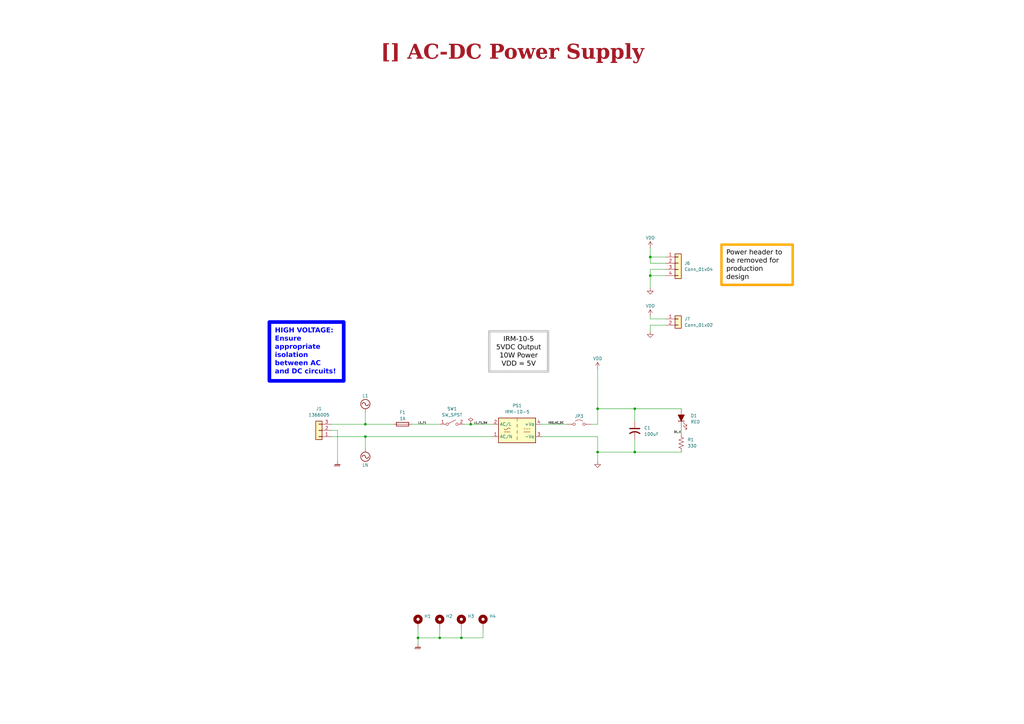
<source format=kicad_sch>
(kicad_sch (version 20250114) (generator "eeschema") (generator_version "9.0")
  (paper "A3")
  (title_block (title "AC-DC Power Supply") (date "2025-09-09") (rev "${REVISION}") (company "${COMPANY}"))
  (lib_symbols
    (symbol "Connector_Generic:Conn_01x02" (pin_names (offset 1.016) (hide yes))
      (property "Reference" "J" (at 0 2.54 0))
      (property "Value" "Conn_01x02" (at 0 -5.08 0))
      (symbol "Conn_01x02_1_1"
        (rectangle (start -1.27 1.27) (end 1.27 -3.81) (stroke (width 0.254)) (fill (type background)))
        (rectangle (start -1.27 0.127) (end 0 -0.127) (stroke (width 0.1524)))
        (rectangle (start -1.27 -2.413) (end 0 -2.667) (stroke (width 0.1524)))
        (pin passive line (at -5.08 0 0) (length 3.81) (name "Pin_1") (number "1"))
        (pin passive line (at -5.08 -2.54 0) (length 3.81) (name "Pin_2") (number "2"))
      )
    )
    (symbol "Connector_Generic:Conn_01x03" (pin_names (offset 1.016) (hide yes))
      (property "Reference" "J" (at 0 5.08 0))
      (property "Value" "Conn_01x03" (at 0 -5.08 0))
      (symbol "Conn_01x03_1_1"
        (rectangle (start -1.27 3.81) (end 1.27 -3.81) (stroke (width 0.254)) (fill (type background)))
        (rectangle (start -1.27 2.667) (end 0 2.413) (stroke (width 0.1524)))
        (rectangle (start -1.27 0.127) (end 0 -0.127) (stroke (width 0.1524)))
        (rectangle (start -1.27 -2.413) (end 0 -2.667) (stroke (width 0.1524)))
        (pin passive line (at -5.08 2.54 0) (length 3.81) (name "Pin_1") (number "1"))
        (pin passive line (at -5.08 0 0) (length 3.81) (name "Pin_2") (number "2"))
        (pin passive line (at -5.08 -2.54 0) (length 3.81) (name "Pin_3") (number "3"))
      )
    )
    (symbol "Connector_Generic:Conn_01x04" (pin_names (offset 1.016) (hide yes))
      (property "Reference" "J" (at 0 5.08 0))
      (property "Value" "Conn_01x04" (at 0 -7.62 0))
      (symbol "Conn_01x04_1_1"
        (rectangle (start -1.27 3.81) (end 1.27 -6.35) (stroke (width 0.254)) (fill (type background)))
        (rectangle (start -1.27 2.667) (end 0 2.413) (stroke (width 0.1524)))
        (rectangle (start -1.27 0.127) (end 0 -0.127) (stroke (width 0.1524)))
        (rectangle (start -1.27 -2.413) (end 0 -2.667) (stroke (width 0.1524)))
        (rectangle (start -1.27 -4.953) (end 0 -5.207) (stroke (width 0.1524)))
        (pin passive line (at -5.08 2.54 0) (length 3.81) (name "Pin_1") (number "1"))
        (pin passive line (at -5.08 0 0) (length 3.81) (name "Pin_2") (number "2"))
        (pin passive line (at -5.08 -2.54 0) (length 3.81) (name "Pin_3") (number "3"))
        (pin passive line (at -5.08 -5.08 0) (length 3.81) (name "Pin_4") (number "4"))
      )
    )
    (symbol "Converter_ACDC:IRM-10-5"
      (property "Reference" "PS" (at 0 6.35 0))
      (property "Value" "IRM-10-5" (at 0 -6.35 0))
      (symbol "IRM-10-5_0_1"
        (rectangle (start -7.62 5.08) (end 7.62 -5.08) (stroke (width 0.254)) (fill (type background)))
        (polyline (pts (xy -5.334 -0.635) (xy -2.794 -0.635)))
        (arc (start -4.064 0.635) (mid -4.699 0.2495) (end -5.334 0.635))
        (arc (start -4.064 0.635) (mid -3.429 1.0072) (end -2.794 0.635))
        (polyline (pts (xy 0 5.08) (xy 0 3.81)))
        (polyline (pts (xy 0 2.54) (xy 0 1.27)))
        (polyline (pts (xy 0 0) (xy 0 -1.27)))
        (polyline (pts (xy 0 -2.54) (xy 0 -3.81)))
        (polyline (pts (xy 2.794 0.635) (xy 3.302 0.635)))
        (polyline (pts (xy 2.794 -0.635) (xy 5.334 -0.635)))
        (polyline (pts (xy 3.81 0.635) (xy 4.318 0.635)))
        (polyline (pts (xy 4.826 0.635) (xy 5.334 0.635)))
      )
      (symbol "IRM-10-5_1_1"
        (pin power_in line (at -10.16 2.54 0) (length 2.54) (name "AC/L") (number "2"))
        (pin power_in line (at -10.16 -2.54 0) (length 2.54) (name "AC/N") (number "1"))
        (pin power_out line (at 10.16 2.54 180) (length 2.54) (name "+Vo") (number "4"))
        (pin power_out line (at 10.16 -2.54 180) (length 2.54) (name "-Vo") (number "3"))
      )
    )
    (symbol "Device:C_US" (pin_numbers (hide yes)) (pin_names (offset 0.254) (hide yes))
      (property "Reference" "C" (at 0.635 2.54 0))
      (property "Value" "C_US" (at 0.635 -2.54 0))
      (symbol "C_US_0_1"
        (polyline (pts (xy -2.032 0.762) (xy 2.032 0.762)) (stroke (width 0.508)))
        (arc (start -2.032 -1.27) (mid 0 -0.5572) (end 2.032 -1.27) (stroke (width 0.508)))
      )
      (symbol "C_US_1_1"
        (pin passive line (at 0 3.81 270) (length 2.794) (name "~") (number "1"))
        (pin passive line (at 0 -3.81 90) (length 3.302) (name "~") (number "2"))
      )
    )
    (symbol "Device:Fuse" (pin_numbers (hide yes)) (pin_names (offset 0))
      (property "Reference" "F" (at 2.032 0 90))
      (property "Value" "Fuse" (at -1.905 0 90))
      (symbol "Fuse_0_1"
        (rectangle (start -0.762 -2.54) (end 0.762 2.54) (stroke (width 0.254)))
        (polyline (pts (xy 0 2.54) (xy 0 -2.54)))
      )
      (symbol "Fuse_1_1"
        (pin passive line (at 0 3.81 270) (length 1.27) (name "~") (number "1"))
        (pin passive line (at 0 -3.81 90) (length 1.27) (name "~") (number "2"))
      )
    )
    (symbol "Device:LED_Filled" (pin_numbers (hide yes)) (pin_names (offset 1.016) (hide yes))
      (property "Reference" "D" (at 0 2.54 0))
      (property "Value" "LED_Filled" (at 0 -2.54 0))
      (property "Sim.Pins" "1=K 2=A" (at 0 0 0))
      (symbol "LED_Filled_0_1"
        (polyline (pts (xy -3.048 -0.762) (xy -4.572 -2.286) (xy -3.81 -2.286) (xy -4.572 -2.286) (xy -4.572 -1.524)))
        (polyline (pts (xy -1.778 -0.762) (xy -3.302 -2.286) (xy -2.54 -2.286) (xy -3.302 -2.286) (xy -3.302 -1.524)))
        (polyline (pts (xy -1.27 0) (xy 1.27 0)))
        (polyline (pts (xy -1.27 -1.27) (xy -1.27 1.27)) (stroke (width 0.254)))
        (polyline (pts (xy 1.27 -1.27) (xy 1.27 1.27) (xy -1.27 0) (xy 1.27 -1.27)) (stroke (width 0.254)) (fill (type outline)))
      )
      (symbol "LED_Filled_1_1"
        (pin passive line (at -3.81 0 0) (length 2.54) (name "K") (number "1"))
        (pin passive line (at 3.81 0 180) (length 2.54) (name "A") (number "2"))
      )
    )
    (symbol "Device:R_US" (pin_numbers (hide yes)) (pin_names (offset 0))
      (property "Reference" "R" (at 2.54 0 90))
      (property "Value" "R_US" (at -2.54 0 90))
      (symbol "R_US_0_1"
        (polyline (pts (xy 0 2.286) (xy 0 2.54)))
        (polyline (pts (xy 0 2.286) (xy 1.016 1.905) (xy 0 1.524) (xy -1.016 1.143) (xy 0 0.762)))
        (polyline (pts (xy 0 0.762) (xy 1.016 0.381) (xy 0 0) (xy -1.016 -0.381) (xy 0 -0.762)))
        (polyline (pts (xy 0 -0.762) (xy 1.016 -1.143) (xy 0 -1.524) (xy -1.016 -1.905) (xy 0 -2.286)))
        (polyline (pts (xy 0 -2.286) (xy 0 -2.54)))
      )
      (symbol "R_US_1_1"
        (pin passive line (at 0 3.81 270) (length 1.27) (name "~") (number "1"))
        (pin passive line (at 0 -3.81 90) (length 1.27) (name "~") (number "2"))
      )
    )
    (symbol "Jumper:Jumper_2_Open" (pin_numbers (hide yes)) (pin_names (offset 0) (hide yes))
      (property "Reference" "JP" (at 0 2.794 0))
      (property "Value" "Jumper_2_Open" (at 0 -2.286 0))
      (symbol "Jumper_2_Open_0_0"
        (circle (center -2.032 0) (radius 0.508))
        (circle (center 2.032 0) (radius 0.508))
      )
      (symbol "Jumper_2_Open_0_1"
        (arc (start -1.524 1.27) (mid 0 1.778) (end 1.524 1.27))
      )
      (symbol "Jumper_2_Open_1_1"
        (pin passive line (at -5.08 0 0) (length 2.54) (name "A") (number "1"))
        (pin passive line (at 5.08 0 180) (length 2.54) (name "B") (number "2"))
      )
    )
    (symbol "Mechanical:MountingHole_Pad" (pin_numbers (hide yes)) (pin_names (offset 1.016) (hide yes)) (in_bom no)
      (property "Reference" "H" (at 0 6.35 0))
      (property "Value" "MountingHole_Pad" (at 0 4.445 0))
      (symbol "MountingHole_Pad_0_1"
        (circle (center 0 1.27) (radius 1.27) (stroke (width 1.27)))
      )
      (symbol "MountingHole_Pad_1_1"
        (pin input line (at 0 -2.54 90) (length 2.54) (name "1") (number "1"))
      )
    )
    (symbol "Switch:SW_SPST" (pin_names (offset 0) (hide yes))
      (property "Reference" "SW" (at 0 3.175 0))
      (property "Value" "SW_SPST" (at 0 -2.54 0))
      (symbol "SW_SPST_0_0"
        (circle (center -2.032 0) (radius 0.508))
        (polyline (pts (xy -1.524 0.254) (xy 1.524 1.778)))
        (circle (center 2.032 0) (radius 0.508))
      )
      (symbol "SW_SPST_1_1"
        (pin passive line (at -5.08 0 0) (length 2.54) (name "A") (number "1"))
        (pin passive line (at 5.08 0 180) (length 2.54) (name "B") (number "2"))
      )
    )
    (symbol "power:AC" (power) (pin_numbers (hide yes)) (pin_names (offset 0) (hide yes))
      (property "Value" "AC" (at 0 6.35 0))
      (symbol "AC_0_1"
        (arc (start -1.27 3.175) (mid -0.635 3.8073) (end 0 3.175) (stroke (width 0.254)))
        (circle (center 0 3.175) (radius 1.905) (stroke (width 0.254)))
        (polyline (pts (xy 0 0) (xy 0 1.27)))
        (arc (start 1.27 3.175) (mid 0.635 2.5427) (end 0 3.175) (stroke (width 0.254)))
      )
      (symbol "AC_1_1"
        (pin power_in line (at 0 0 90) (length 0) (name "~") (number "1"))
      )
    )
    (symbol "power:GND" (power) (pin_numbers (hide yes)) (pin_names (offset 0) (hide yes))
      (property "Value" "GND" (at 0 -3.81 0))
      (symbol "GND_0_1"
        (polyline (pts (xy 0 0) (xy 0 -1.27) (xy 1.27 -1.27) (xy 0 -2.54) (xy -1.27 -1.27) (xy 0 -1.27)))
      )
      (symbol "GND_1_1"
        (pin power_in line (at 0 0 270) (length 0) (name "~") (number "1"))
      )
    )
    (symbol "power:GNDPWR" (power) (pin_numbers (hide yes)) (pin_names (offset 0) (hide yes))
      (property "Value" "GNDPWR" (at 0 -3.302 0))
      (symbol "GNDPWR_0_1"
        (polyline (pts (xy -1.016 -1.27) (xy -1.27 -2.032) (xy -1.27 -2.032)) (stroke (width 0.2032)))
        (polyline (pts (xy -0.508 -1.27) (xy -0.762 -2.032) (xy -0.762 -2.032)) (stroke (width 0.2032)))
        (polyline (pts (xy 0 -1.27) (xy 0 0)))
        (polyline (pts (xy 0 -1.27) (xy -0.254 -2.032) (xy -0.254 -2.032)) (stroke (width 0.2032)))
        (polyline (pts (xy 0.508 -1.27) (xy 0.254 -2.032) (xy 0.254 -2.032)) (stroke (width 0.2032)))
        (polyline (pts (xy 1.016 -1.27) (xy -1.016 -1.27) (xy -1.016 -1.27)) (stroke (width 0.2032)))
        (polyline (pts (xy 1.016 -1.27) (xy 0.762 -2.032) (xy 0.762 -2.032) (xy 0.762 -2.032)) (stroke (width 0.2032)))
      )
      (symbol "GNDPWR_1_1"
        (pin power_in line (at 0 0 270) (length 0) (name "~") (number "1"))
      )
    )
    (symbol "power:PWR_FLAG" (power) (pin_numbers (hide yes)) (pin_names (offset 0) (hide yes))
      (property "Value" "PWR_FLAG" (at 0 3.81 0))
      (symbol "PWR_FLAG_0_0"
        (pin power_out line (at 0 0 90) (length 0) (name "~") (number "1"))
      )
      (symbol "PWR_FLAG_0_1"
        (polyline (pts (xy 0 0) (xy 0 1.27) (xy -1.016 1.905) (xy 0 2.54) (xy 1.016 1.905) (xy 0 1.27)))
      )
    )
    (symbol "power:VDD" (power) (pin_numbers (hide yes)) (pin_names (offset 0) (hide yes))
      (property "Value" "VDD" (at 0 3.556 0))
      (symbol "VDD_0_1"
        (polyline (pts (xy -0.762 1.27) (xy 0 2.54)))
        (polyline (pts (xy 0 2.54) (xy 0.762 1.27)))
        (polyline (pts (xy 0 0) (xy 0 2.54)))
      )
      (symbol "VDD_1_1"
        (pin power_in line (at 0 0 90) (length 0) (name "~") (number "1"))
      )
    )
  )
  (text_box "IRM-10-5\n5VDC Output\n10W Power\nVDD = 5V" (at 200.66 135.89 0) (size 24.13 16.51) (margins 2 2 2 2) (stroke (width 1) (color 200 200 200 1)) (effects (font (size 2 2)) (justify top)))
  (text_box "Power header to be removed for production design" (at 295.91 100.33 0) (size 29.21 16.51) (margins 2 2 2 2) (stroke (width 1) (color 255 165 0 1)) (effects (font (size 2 2)) (justify left top)))
  (text_box "[${#}] ${TITLE}" (at 10.16 15.24 0) (size 400.05 12.7) (margins 4.4999 4.4999 4.4999 4.4999) (stroke (width -0.0001)) (effects (font (size 6 6) (thickness 1.2) (bold yes))))
  (text_box "HIGH VOLTAGE:\nEnsure appropriate isolation between AC and DC circuits!" (at 110.49 132.08 0) (size 30.48 24.13) (margins 2.25 2.25 2.25 2.25) (stroke (width 1.5) (color 0 0 255 1)) (effects (font (size 2 2) (thickness 0.4) (bold yes)) (justify left top)))
  (junction (at 266.7 113.03))
  (junction (at 149.86 179.07))
  (junction (at 189.23 261.62))
  (junction (at 260.35 185.42))
  (junction (at 149.86 173.99))
  (junction (at 245.11 167.64))
  (junction (at 266.7 105.41))
  (junction (at 171.45 261.62))
  (junction (at 180.34 261.62))
  (junction (at 260.35 167.64))
  (junction (at 193.04 173.99))
  (junction (at 245.11 185.42))
  (wire (pts (xy 245.11 185.42) (xy 260.35 185.42)))
  (wire (pts (xy 273.05 107.95) (xy 266.7 107.95)))
  (wire (pts (xy 260.35 185.42) (xy 260.35 180.34)))
  (wire (pts (xy 189.23 257.81) (xy 189.23 261.62)))
  (wire (pts (xy 222.25 179.07) (xy 245.11 179.07)))
  (wire (pts (xy 189.23 261.62) (xy 180.34 261.62)))
  (wire (pts (xy 193.04 173.99) (xy 201.93 173.99)))
  (wire (pts (xy 198.12 257.81) (xy 198.12 261.62)))
  (wire (pts (xy 245.11 151.13) (xy 245.11 167.64)))
  (wire (pts (xy 180.34 257.81) (xy 180.34 261.62)))
  (wire (pts (xy 266.7 130.81) (xy 273.05 130.81)))
  (wire (pts (xy 149.86 179.07) (xy 201.93 179.07)))
  (wire (pts (xy 266.7 133.35) (xy 273.05 133.35)))
  (wire (pts (xy 245.11 185.42) (xy 245.11 189.23)))
  (wire (pts (xy 260.35 167.64) (xy 245.11 167.64)))
  (wire (pts (xy 279.4 175.26) (xy 279.4 177.8)))
  (wire (pts (xy 273.05 110.49) (xy 266.7 110.49)))
  (wire (pts (xy 180.34 261.62) (xy 171.45 261.62)))
  (wire (pts (xy 138.43 189.23) (xy 138.43 176.53)))
  (wire (pts (xy 198.12 261.62) (xy 189.23 261.62)))
  (wire (pts (xy 245.11 167.64) (xy 245.11 173.99)))
  (wire (pts (xy 260.35 167.64) (xy 279.4 167.64)))
  (wire (pts (xy 138.43 176.53) (xy 135.89 176.53)))
  (wire (pts (xy 149.86 168.91) (xy 149.86 173.99)))
  (wire (pts (xy 149.86 179.07) (xy 149.86 184.15)))
  (wire (pts (xy 242.57 173.99) (xy 245.11 173.99)))
  (wire (pts (xy 222.25 173.99) (xy 232.41 173.99)))
  (wire (pts (xy 260.35 172.72) (xy 260.35 167.64)))
  (wire (pts (xy 135.89 173.99) (xy 149.86 173.99)))
  (wire (pts (xy 168.91 173.99) (xy 180.34 173.99)))
  (wire (pts (xy 266.7 135.89) (xy 266.7 133.35)))
  (wire (pts (xy 266.7 105.41) (xy 273.05 105.41)))
  (wire (pts (xy 190.5 173.99) (xy 193.04 173.99)))
  (wire (pts (xy 266.7 107.95) (xy 266.7 105.41)))
  (wire (pts (xy 266.7 110.49) (xy 266.7 113.03)))
  (wire (pts (xy 260.35 185.42) (xy 279.4 185.42)))
  (wire (pts (xy 266.7 129.54) (xy 266.7 130.81)))
  (wire (pts (xy 245.11 179.07) (xy 245.11 185.42)))
  (wire (pts (xy 135.89 179.07) (xy 149.86 179.07)))
  (wire (pts (xy 171.45 261.62) (xy 171.45 264.16)))
  (wire (pts (xy 266.7 113.03) (xy 266.7 118.11)))
  (wire (pts (xy 266.7 105.41) (xy 266.7 101.6)))
  (wire (pts (xy 266.7 113.03) (xy 273.05 113.03)))
  (wire (pts (xy 149.86 173.99) (xy 161.29 173.99)))
  (wire (pts (xy 171.45 257.81) (xy 171.45 261.62)))
  (label "L1_F1" (at 171.45 173.99 0) (effects (font (size 0.762 0.762))))
  (label "D1_K" (at 279.4 177.8 180) (effects (font (size 0.762 0.762))))
  (label "L1_F1_SW" (at 194.31 173.99 0) (effects (font (size 0.762 0.762))))
  (label "VDD_AC_DC" (at 224.79 173.99 0) (effects (font (size 0.762 0.762))))
  (symbol (lib_id "Connector_Generic:Conn_01x02") (at 278.13 130.81 0) (unit 1)
    (property "Reference" "J7" (at 280.67 130.8099 0) (effects (justify left)))
    (property "Value" "Conn_01x02" (at 280.67 133.3499 0) (effects (justify left)))
    (property "Footprint" "TerminalBlock_Phoenix:TerminalBlock_Phoenix_MKDS-1,5-2-5.08_1x02_P5.08mm_Horizontal" (effects (hide yes)))
    (property "Description" "Generic connector, single row, 01x02, script generated (kicad-library-utils/schlib/autogen/connector/)" (effects (hide yes)))
  )
  (symbol (lib_id "Mechanical:MountingHole_Pad") (at 198.12 255.27 0) (unit 1) (in_bom no)
    (property "Reference" "H4" (at 200.66 252.7299 0) (effects (justify left)))
    (property "Value" "MountingHole_Pad" (effects (hide yes)))
    (property "Footprint" "MountingHole:MountingHole_2.7mm_M2.5_Pad_Via" (effects (hide yes)))
    (property "Description" "Mounting Hole with connection" (effects (hide yes)))
  )
  (symbol (lib_id "Device:C_US") (at 260.35 176.53 0) (unit 1)
    (property "Reference" "C1" (at 264.16 175.5139 0) (effects (justify left)))
    (property "Value" "100uF" (at 264.16 178.0539 0) (effects (justify left)))
    (property "Footprint" "Capacitor_THT:C_Radial_D5.0mm_H5.0mm_P2.00mm" (effects (hide yes)))
    (property "Description" "capacitor, US symbol" (effects (hide yes)))
  )
  (symbol (lib_id "Connector_Generic:Conn_01x03") (at 130.81 176.53 180) (unit 1)
    (property "Reference" "J1" (at 130.81 167.64 0))
    (property "Value" "1366005" (at 130.81 170.18 0))
    (property "Footprint" "PhoenixContact_SPTA:SPTA-THR 2.53-5.0 P26" (effects (hide yes)))
    (property "Description" "Generic connector, single row, 01x03, script generated (kicad-library-utils/schlib/autogen/connector/)" (effects (hide yes)))
  )
  (symbol (lib_id "power:AC") (at 149.86 168.91 0) (unit 1)
    (property "Reference" "#PWR04" (effects (hide yes)))
    (property "Value" "L1" (at 149.86 162.306 0))
    (property "Description" "Power symbol creates a global label with name \"AC\"" (effects (hide yes)))
  )
  (symbol (lib_id "Jumper:Jumper_2_Open") (at 237.49 173.99 0) (unit 1)
    (property "Reference" "JP3" (at 237.49 170.688 0))
    (property "Value" "Jumper_2_Open" (effects (hide yes)))
    (property "Footprint" "Connector_PinHeader_2.54mm:PinHeader_1x02_P2.54mm_Vertical" (effects (hide yes)))
    (property "Description" "Jumper, 2-pole, open" (effects (hide yes)))
  )
  (symbol (lib_id "power:GNDPWR") (at 138.43 189.23 0) (unit 1)
    (property "Reference" "#PWR01" (effects (hide yes)))
    (property "Value" "GNDPWR" (effects (hide yes)))
    (property "Description" "Power symbol creates a global label with name \"GNDPWR\" , global ground" (effects (hide yes)))
  )
  (symbol (lib_id "Device:R_US") (at 279.4 181.61 0) (unit 1)
    (property "Reference" "R1" (at 281.94 180.3399 0) (effects (justify left)))
    (property "Value" "330" (at 281.94 182.8799 0) (effects (justify left)))
    (property "Footprint" "Resistor_SMD:R_0603_1608Metric_Pad0.98x0.95mm_HandSolder" (effects (hide yes)))
    (property "Description" "Resistor, US symbol" (effects (hide yes)))
  )
  (symbol (lib_id "Mechanical:MountingHole_Pad") (at 180.34 255.27 0) (unit 1) (in_bom no)
    (property "Reference" "H2" (at 182.88 252.7299 0) (effects (justify left)))
    (property "Value" "MountingHole_Pad" (effects (hide yes)))
    (property "Footprint" "MountingHole:MountingHole_2.7mm_M2.5_Pad_Via" (effects (hide yes)))
    (property "Description" "Mounting Hole with connection" (effects (hide yes)))
  )
  (symbol (lib_id "power:AC") (at 149.86 184.15 180) (unit 1)
    (property "Reference" "#PWR02" (effects (hide yes)))
    (property "Value" "LN" (at 149.86 190.754 0))
    (property "Description" "Power symbol creates a global label with name \"AC\"" (effects (hide yes)))
  )
  (symbol (lib_id "Switch:SW_SPST") (at 185.42 173.99 0) (unit 1)
    (property "Reference" "SW1" (at 185.42 167.64 0))
    (property "Value" "SW_SPST" (at 185.42 170.18 0))
    (property "Footprint" "TerminalBlock_Phoenix:TerminalBlock_Phoenix_MKDS-1,5-2-5.08_1x02_P5.08mm_Horizontal" (effects (hide yes)))
    (property "Description" "Single Pole Single Throw (SPST) switch" (effects (hide yes)))
  )
  (symbol (lib_id "power:GNDPWR") (at 171.45 264.16 0) (unit 1)
    (property "Reference" "#PWR010" (effects (hide yes)))
    (property "Value" "GNDPWR" (effects (hide yes)))
    (property "Description" "Power symbol creates a global label with name \"GNDPWR\" , global ground" (effects (hide yes)))
  )
  (symbol (lib_id "power:PWR_FLAG") (at 193.04 173.99 0) (unit 1)
    (property "Reference" "#FLG01" (effects (hide yes)))
    (property "Value" "PWR_FLAG" (effects (hide yes)))
    (property "Description" "Special symbol for telling ERC where power comes from" (effects (hide yes)))
  )
  (symbol (lib_id "Converter_ACDC:IRM-10-5") (at 212.09 176.53 0) (unit 1)
    (property "Reference" "PS1" (at 212.09 166.37 0))
    (property "Value" "IRM-10-5" (at 212.09 168.91 0))
    (property "Footprint" "Converter_ACDC:Converter_ACDC_MeanWell_IRM-10-xx_THT" (effects (hide yes)))
    (property "Datasheet" "https://www.meanwell.com/Upload/PDF/IRM-10/IRM-10-SPEC.PDF" (effects (hide yes)))
    (property "Description" "5V, 2A, 10W, Isolated, AC-DC, 222A(IRM10)" (effects (hide yes)))
  )
  (symbol (lib_id "power:GND") (at 266.7 118.11 0) (unit 1)
    (property "Reference" "#PWR027" (effects (hide yes)))
    (property "Value" "GND" (effects (hide yes)))
    (property "Description" "Power symbol creates a global label with name \"GND\" , ground" (effects (hide yes)))
  )
  (symbol (lib_id "power:VDD") (at 266.7 101.6 0) (unit 1)
    (property "Reference" "#PWR026" (effects (hide yes)))
    (property "Value" "VDD" (at 266.7 97.536 0))
    (property "Description" "Power symbol creates a global label with name \"VDD\"" (effects (hide yes)))
  )
  (symbol (lib_id "Connector_Generic:Conn_01x04") (at 278.13 107.95 0) (unit 1)
    (property "Reference" "J6" (at 280.67 107.9499 0) (effects (justify left)))
    (property "Value" "Conn_01x04" (at 280.67 110.4899 0) (effects (justify left)))
    (property "Footprint" "Connector_PinHeader_2.54mm:PinHeader_1x04_P2.54mm_Vertical" (effects (hide yes)))
    (property "Description" "Generic connector, single row, 01x04, script generated (kicad-library-utils/schlib/autogen/connector/)" (effects (hide yes)))
  )
  (symbol (lib_id "Device:LED_Filled") (at 279.4 171.45 90) (unit 1)
    (property "Reference" "D1" (at 283.21 170.4974 90) (effects (justify right)))
    (property "Value" "RED" (at 283.21 173.0374 90) (effects (justify right)))
    (property "Footprint" "LED_SMD:LED_0603_1608Metric_Pad1.05x0.95mm_HandSolder" (effects (hide yes)))
    (property "Description" "Light emitting diode, filled shape" (effects (hide yes)))
  )
  (symbol (lib_id "power:VDD") (at 266.7 129.54 0) (unit 1)
    (property "Reference" "#PWR031" (effects (hide yes)))
    (property "Value" "VDD" (at 266.7 125.476 0))
    (property "Description" "Power symbol creates a global label with name \"VDD\"" (effects (hide yes)))
  )
  (symbol (lib_id "power:VDD") (at 245.11 151.13 0) (unit 1)
    (property "Reference" "#PWR03" (effects (hide yes)))
    (property "Value" "VDD" (at 245.11 147.066 0))
    (property "Description" "Power symbol creates a global label with name \"VDD\"" (effects (hide yes)))
  )
  (symbol (lib_id "Mechanical:MountingHole_Pad") (at 171.45 255.27 0) (unit 1) (in_bom no)
    (property "Reference" "H1" (at 173.99 252.7299 0) (effects (justify left)))
    (property "Value" "MountingHole_Pad" (effects (hide yes)))
    (property "Footprint" "MountingHole:MountingHole_2.7mm_M2.5_Pad_Via" (effects (hide yes)))
    (property "Description" "Mounting Hole with connection" (effects (hide yes)))
  )
  (symbol (lib_id "Device:Fuse") (at 165.1 173.99 90) (unit 1)
    (property "Reference" "F1" (at 165.1 169.164 90))
    (property "Value" "1A" (at 165.1 171.704 90))
    (property "Footprint" "Fuse:Fuseholder_Clip-5x20mm_Bel_FC-203-22_Lateral_P17.80x5.00mm_D1.17mm_Horizontal" (effects (hide yes)))
    (property "Description" "Fuse" (effects (hide yes)))
  )
  (symbol (lib_id "power:GND") (at 266.7 135.89 0) (unit 1)
    (property "Reference" "#PWR032" (effects (hide yes)))
    (property "Value" "GND" (effects (hide yes)))
    (property "Description" "Power symbol creates a global label with name \"GND\" , ground" (effects (hide yes)))
  )
  (symbol (lib_id "Mechanical:MountingHole_Pad") (at 189.23 255.27 0) (unit 1) (in_bom no)
    (property "Reference" "H3" (at 191.77 252.7299 0) (effects (justify left)))
    (property "Value" "MountingHole_Pad" (effects (hide yes)))
    (property "Footprint" "MountingHole:MountingHole_2.7mm_M2.5_Pad_Via" (effects (hide yes)))
    (property "Description" "Mounting Hole with connection" (effects (hide yes)))
  )
  (symbol (lib_id "power:GND") (at 245.11 189.23 0) (unit 1)
    (property "Reference" "#PWR05" (effects (hide yes)))
    (property "Value" "GND" (effects (hide yes)))
    (property "Description" "Power symbol creates a global label with name \"GND\" , ground" (effects (hide yes)))
  )
)
</source>
